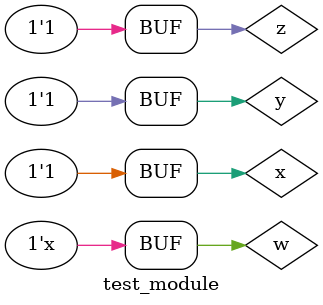
<source format=v>

module PoS (output S, input X, Y, Z);
//a
assign S = (X | ~Y | Z) & (X | ~Y | ~Z) & (~X | ~Y | Z) & ( ~X | ~Y | ~Z);
//b
//assign S = (X | Y | Z) & (X | ~Y | Z ) & (X | ~Y | ~Z) & (~X | Y | ~Z) & (~X | ~Y | ~Z);
endmodule // PoS

/*
//C, D e E
module PoS (output S, input X, Y, W, Z );
// MAXTERMOS
//c
//assign S = ( X | Y | W | Z ) & ( X | Y | W | ~Z ) & ( X | Y | ~W | Z ) & ( X | ~Y | W | Z ) & ( X | ~Y | ~W | Z ) & ( ~X | Y | W | Z ) & ( ~X | ~Y | W | Z ) & ( ~X | ~Y | ~W | Z ) ;
//d
//assign S = ( X | Y | W | Z ) & ( X | Y | ~W | Z ) & ( X | ~Y | W | Z ) & ( X | ~Y | ~W | Z ) & ( ~X | Y | W | ~Z ) & ( ~X | Y | ~W | Z ) & ( ~X | ~Y | W | ~Z ) ;
//e
//assign S = ( X | Y | W | Z ) & ( X | Y | W | ~Z ) & ( X | Y | ~W | Z ) & ( X | Y | ~W | ~Z ) & ( X | ~Y | ~W | Z ) & ( ~X | Y | ~W | ~Z ) & ( ~X | ~Y | ~W | Z );
endmodule // PoS
*/
// ---------------------
// -- test_module
// ---------------------

module test_module;
reg x, y, w, z;
wire s1;
// instancias

//A e B
PoS POS1 (s1, x, y, z);
//C, D e E
//PoS POS1 (s1, x, y, w, z);


// valores iniciais
initial begin: start
x=1'bx; y=1'bx; w=1'bx; z=1'bx; // indefinidos
end

// parte principal
initial begin: main
// identificacao
$display("QUESTÃO 4 - JOAO VITOR LIMA DE MELO - 748022");
$display("Test boolean expression");
//(A)
$display("\na) F (X,Y,Z) = π M ( 2, 3, 6, 7 ) = PoS ( 2, 3, 6, 7 ) = 0\n");
//(B)
//$display("\nb) F (X,Y,Z) = π M ( 0, 2, 3, 5, 7 ) = PoS ( 0, 2, 3, 5, 7 ) = 0\n");
//(C)
//$display("\nc) F (X,Y,W,Z) = π M ( 0, 1, 2, 4, 6, 8, 12, 14 ) = PoS ( 0, 1, 2, 4, 6, 8, 12, 14 ) = 0\n");
//(D)
//$display("\nd) F (X,Y,W,Z) = π M ( 0, 2, 4, 6, 9, 10, 13 ) = PoS ( 0, 2, 4, 6, 9, 10, 13 ) = 0\n");
//(E)
//$display("\ne) F (X,Y,W,Z) = π M ( 0, 1, 2, 3, 6, 11, 14 ) = PoS ( 0, 1, 2, 3, 6, 11, 14 ) = 0\n");

// monitoramento

//A e B

$display(" x  y  z =  s1");
$monitor("%2b %2b %2b = %2b", x, y, z, s1);
// sinalizacao
#1 x=0; y=0; z=0;
#1 x=0; y=0; z=1;
#1 x=0; y=1; z=0;
#1 x=0; y=1; z=1;
#1 x=1; y=0; z=0;
#1 x=1; y=0; z=1;
#1 x=1; y=1; z=0;
#1 x=1; y=1; z=1;


//C, D e E
/*
$display(" x  y  z =  s1");
$monitor("%2b %2b %2b %2b = %2b", x, y, w, z, s1);

#1 x=0; y=0; w=0; z=0;
#1 x=0; y=0; w=0; z=1;
#1 x=0; y=0; w=1; z=0;
#1 x=0; y=0; w=1; z=1;
#1 x=0; y=1; w=0; z=0;
#1 x=0; y=1; w=0; z=1;
#1 x=0; y=1; w=1; z=0;
#1 x=0; y=1; w=1; z=1;
#1 x=1; y=0; w=0; z=0;
#1 x=1; y=0; w=0; z=1;
#1 x=1; y=0; w=1; z=0;
#1 x=1; y=0; w=1; z=1;
#1 x=1; y=1; w=0; z=0;
#1 x=1; y=1; w=0; z=1;
#1 x=1; y=1; w=1; z=0;
#1 x=1; y=1; w=1; z=1;
*/
end
endmodule // test_module

</source>
